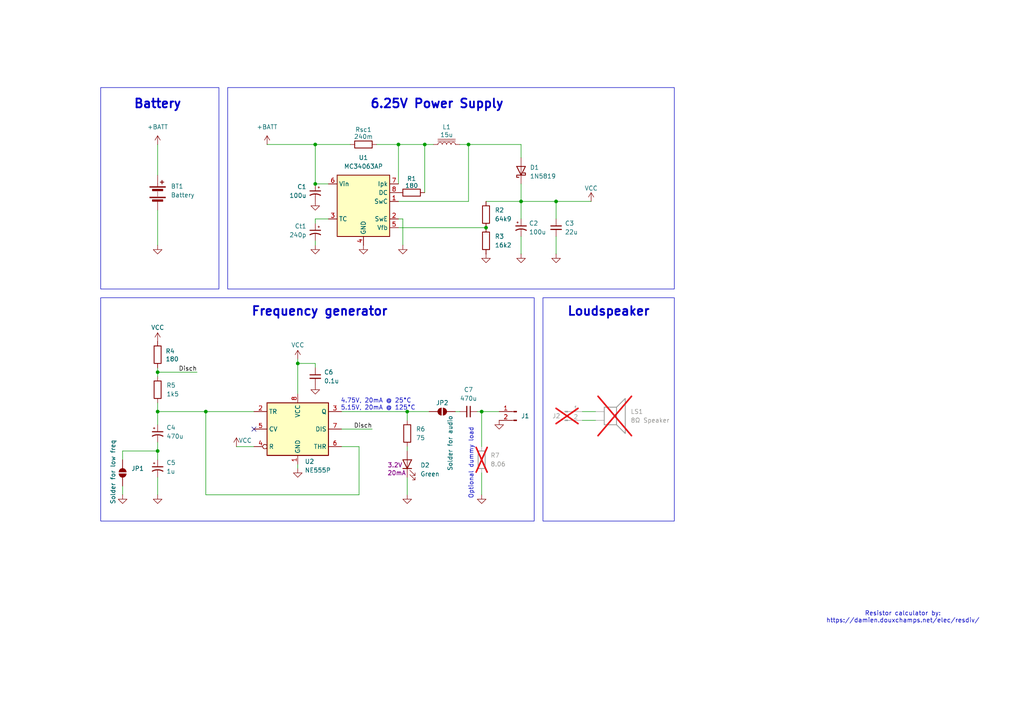
<source format=kicad_sch>
(kicad_sch (version 20250114) (generator "eeschema") (generator_version "9.0")
  (paper "A4")
  (lib_symbols
    (symbol "C_Polarized_Small_US_1" (pin_numbers (hide yes)) (pin_names (offset 0.254) (hide yes))
      (property "Reference" "C" (at 0.254 1.778 0))
      (property "Value" "C_Polarized_Small_US" (at 0.254 -2.032 0))
      (symbol "C_Polarized_Small_US_1_0_1"
        (polyline (pts (xy -1.524 0.508) (xy 1.524 0.508)) (stroke (width 0.3048)))
        (polyline (pts (xy -1.27 1.524) (xy -0.762 1.524)))
        (polyline (pts (xy -1.016 1.27) (xy -1.016 1.778)))
        (arc (start -1.524 -0.762) (mid 0 -0.3734) (end 1.524 -0.762) (stroke (width 0.3048)))
      )
      (symbol "C_Polarized_Small_US_1_1_1"
        (pin passive line (at 0 2.54 270) (length 2.032) (name "~") (number "1"))
        (pin passive line (at 0 -2.54 90) (length 2.032) (name "~") (number "2"))
      )
    )
    (symbol "Connector:Conn_01x02_Pin" (pin_names (offset 1.016) (hide yes))
      (property "Reference" "J" (at 0 2.54 0))
      (property "Value" "Conn_01x02_Pin" (at 0 -5.08 0))
      (symbol "Conn_01x02_Pin_1_1"
        (rectangle (start 0.8636 0.127) (end 0 -0.127) (stroke (width 0.1524)) (fill (type outline)))
        (rectangle (start 0.8636 -2.413) (end 0 -2.667) (stroke (width 0.1524)) (fill (type outline)))
        (polyline (pts (xy 1.27 0) (xy 0.8636 0)) (stroke (width 0.1524)))
        (polyline (pts (xy 1.27 -2.54) (xy 0.8636 -2.54)) (stroke (width 0.1524)))
        (pin passive line (at 5.08 0 180) (length 3.81) (name "Pin_1") (number "1"))
        (pin passive line (at 5.08 -2.54 180) (length 3.81) (name "Pin_2") (number "2"))
      )
    )
    (symbol "Device:Battery" (pin_numbers (hide yes)) (pin_names (offset 0) (hide yes))
      (property "Reference" "BT" (at 2.54 2.54 0))
      (property "Value" "Battery" (at 2.54 0 0))
      (symbol "Battery_0_1"
        (rectangle (start -2.286 1.778) (end 2.286 1.524) (fill (type outline)))
        (rectangle (start -2.286 -1.27) (end 2.286 -1.524) (fill (type outline)))
        (rectangle (start -1.524 1.016) (end 1.524 0.508) (fill (type outline)))
        (rectangle (start -1.524 -2.032) (end 1.524 -2.54) (fill (type outline)))
        (polyline (pts (xy 0 1.778) (xy 0 2.54)))
        (polyline (pts (xy 0 0) (xy 0 0.254)))
        (polyline (pts (xy 0 -0.508) (xy 0 -0.254)))
        (polyline (pts (xy 0 -1.016) (xy 0 -0.762)))
        (polyline (pts (xy 0.762 3.048) (xy 1.778 3.048)) (stroke (width 0.254)))
        (polyline (pts (xy 1.27 3.556) (xy 1.27 2.54)) (stroke (width 0.254)))
      )
      (symbol "Battery_1_1"
        (pin passive line (at 0 5.08 270) (length 2.54) (name "+") (number "1"))
        (pin passive line (at 0 -5.08 90) (length 2.54) (name "-") (number "2"))
      )
    )
    (symbol "Device:C_Polarized_Small_US" (pin_numbers (hide yes)) (pin_names (offset 0.254) (hide yes))
      (property "Reference" "C" (at 0.254 1.778 0))
      (property "Value" "C_Polarized_Small_US" (at 0.254 -2.032 0))
      (symbol "C_Polarized_Small_US_0_1"
        (polyline (pts (xy -1.524 0.508) (xy 1.524 0.508)) (stroke (width 0.3048)))
        (polyline (pts (xy -1.27 1.524) (xy -0.762 1.524)))
        (polyline (pts (xy -1.016 1.27) (xy -1.016 1.778)))
        (arc (start -1.524 -0.762) (mid 0 -0.3734) (end 1.524 -0.762) (stroke (width 0.3048)))
      )
      (symbol "C_Polarized_Small_US_1_1"
        (pin passive line (at 0 2.54 270) (length 2.032) (name "~") (number "1"))
        (pin passive line (at 0 -2.54 90) (length 2.032) (name "~") (number "2"))
      )
    )
    (symbol "Device:C_Small" (pin_numbers (hide yes)) (pin_names (offset 0.254) (hide yes))
      (property "Reference" "C" (at 0.254 1.778 0))
      (property "Value" "C_Small" (at 0.254 -2.032 0))
      (symbol "C_Small_0_1"
        (polyline (pts (xy -1.524 0.508) (xy 1.524 0.508)) (stroke (width 0.3048)))
        (polyline (pts (xy -1.524 -0.508) (xy 1.524 -0.508)) (stroke (width 0.3302)))
      )
      (symbol "C_Small_1_1"
        (pin passive line (at 0 2.54 270) (length 2.032) (name "~") (number "1"))
        (pin passive line (at 0 -2.54 90) (length 2.032) (name "~") (number "2"))
      )
    )
    (symbol "Device:LED" (pin_numbers (hide yes)) (pin_names (offset 1.016) (hide yes))
      (property "Reference" "D" (at 0 2.54 0))
      (property "Value" "LED" (at 0 -2.54 0))
      (symbol "LED_0_1"
        (polyline (pts (xy -3.048 -0.762) (xy -4.572 -2.286) (xy -3.81 -2.286) (xy -4.572 -2.286) (xy -4.572 -1.524)))
        (polyline (pts (xy -1.778 -0.762) (xy -3.302 -2.286) (xy -2.54 -2.286) (xy -3.302 -2.286) (xy -3.302 -1.524)))
        (polyline (pts (xy -1.27 0) (xy 1.27 0)))
        (polyline (pts (xy -1.27 -1.27) (xy -1.27 1.27)) (stroke (width 0.254)))
        (polyline (pts (xy 1.27 -1.27) (xy 1.27 1.27) (xy -1.27 0) (xy 1.27 -1.27)) (stroke (width 0.254)))
      )
      (symbol "LED_1_1"
        (pin passive line (at -3.81 0 0) (length 2.54) (name "K") (number "1"))
        (pin passive line (at 3.81 0 180) (length 2.54) (name "A") (number "2"))
      )
    )
    (symbol "Device:L_Iron" (pin_numbers (hide yes)) (pin_names (offset 1.016) (hide yes))
      (property "Reference" "L" (at -1.27 0 90))
      (property "Value" "L_Iron" (at 2.794 0 90))
      (symbol "L_Iron_0_1"
        (arc (start 0 2.54) (mid 0.6323 1.905) (end 0 1.27))
        (arc (start 0 1.27) (mid 0.6323 0.635) (end 0 0))
        (arc (start 0 0) (mid 0.6323 -0.635) (end 0 -1.27))
        (arc (start 0 -1.27) (mid 0.6323 -1.905) (end 0 -2.54))
        (polyline (pts (xy 1.016 2.54) (xy 1.016 -2.54)))
        (polyline (pts (xy 1.524 -2.54) (xy 1.524 2.54)))
      )
      (symbol "L_Iron_1_1"
        (pin passive line (at 0 3.81 270) (length 1.27) (name "1") (number "1"))
        (pin passive line (at 0 -3.81 90) (length 1.27) (name "2") (number "2"))
      )
    )
    (symbol "Device:R" (pin_numbers (hide yes)) (pin_names (offset 0))
      (property "Reference" "R" (at 2.032 0 90))
      (property "Value" "R" (at 0 0 90))
      (symbol "R_0_1"
        (rectangle (start -1.016 -2.54) (end 1.016 2.54) (stroke (width 0.254)))
      )
      (symbol "R_1_1"
        (pin passive line (at 0 3.81 270) (length 1.27) (name "~") (number "1"))
        (pin passive line (at 0 -3.81 90) (length 1.27) (name "~") (number "2"))
      )
    )
    (symbol "Device:Speaker" (pin_numbers (hide yes)) (pin_names (offset 0) (hide yes))
      (property "Reference" "LS" (at 1.27 5.715 0))
      (property "Value" "Speaker" (at 1.27 3.81 0))
      (symbol "Speaker_0_0"
        (rectangle (start -2.54 1.27) (end 1.016 -3.81) (stroke (width 0.254)))
        (polyline (pts (xy 1.016 1.27) (xy 3.556 3.81) (xy 3.556 -6.35) (xy 1.016 -3.81)) (stroke (width 0.254)))
      )
      (symbol "Speaker_1_1"
        (pin input line (at -5.08 0 0) (length 2.54) (name "1") (number "1"))
        (pin input line (at -5.08 -2.54 0) (length 2.54) (name "2") (number "2"))
      )
    )
    (symbol "Diode:1N5819" (pin_numbers (hide yes)) (pin_names (offset 1.016) (hide yes))
      (property "Reference" "D" (at 0 2.54 0))
      (property "Value" "1N5819" (at 0 -2.54 0))
      (symbol "1N5819_0_1"
        (polyline (pts (xy -1.905 0.635) (xy -1.905 1.27) (xy -1.27 1.27) (xy -1.27 -1.27) (xy -0.635 -1.27) (xy -0.635 -0.635)) (stroke (width 0.254)))
        (polyline (pts (xy 1.27 1.27) (xy 1.27 -1.27) (xy -1.27 0) (xy 1.27 1.27)) (stroke (width 0.254)))
        (polyline (pts (xy 1.27 0) (xy -1.27 0)))
      )
      (symbol "1N5819_1_1"
        (pin passive line (at -3.81 0 0) (length 2.54) (name "K") (number "1"))
        (pin passive line (at 3.81 0 180) (length 2.54) (name "A") (number "2"))
      )
    )
    (symbol "Jumper:SolderJumper_2_Open" (pin_numbers (hide yes)) (pin_names (offset 0) (hide yes)) (exclude_from_sim yes) (in_bom no)
      (property "Reference" "JP" (at 0 2.032 0))
      (property "Value" "SolderJumper_2_Open" (at 0 -2.54 0))
      (symbol "SolderJumper_2_Open_0_1"
        (polyline (pts (xy -0.254 1.016) (xy -0.254 -1.016)))
        (arc (start -0.254 -1.016) (mid -1.2656 0) (end -0.254 1.016))
        (arc (start -0.254 -1.016) (mid -1.2656 0) (end -0.254 1.016) (fill (type outline)))
        (arc (start 0.254 1.016) (mid 1.2656 0) (end 0.254 -1.016))
        (arc (start 0.254 1.016) (mid 1.2656 0) (end 0.254 -1.016) (fill (type outline)))
        (polyline (pts (xy 0.254 1.016) (xy 0.254 -1.016)))
      )
      (symbol "SolderJumper_2_Open_1_1"
        (pin passive line (at -3.81 0 0) (length 2.54) (name "A") (number "1"))
        (pin passive line (at 3.81 0 180) (length 2.54) (name "B") (number "2"))
      )
    )
    (symbol "Regulator_Switching:MC34063AP"
      (property "Reference" "U" (at -7.62 8.89 0))
      (property "Value" "MC34063AP" (at 0 8.89 0))
      (symbol "MC34063AP_0_1"
        (rectangle (start -7.62 7.62) (end 7.62 -10.16) (stroke (width 0.254)) (fill (type background)))
      )
      (symbol "MC34063AP_1_1"
        (pin power_in line (at -10.16 5.08 0) (length 2.54) (name "Vin") (number "6"))
        (pin passive line (at -10.16 -5.08 0) (length 2.54) (name "TC") (number "3"))
        (pin power_in line (at 0 -12.7 90) (length 2.54) (name "GND") (number "4"))
        (pin input line (at 10.16 5.08 180) (length 2.54) (name "Ipk") (number "7"))
        (pin open_collector line (at 10.16 2.54 180) (length 2.54) (name "DC") (number "8"))
        (pin open_collector line (at 10.16 0 180) (length 2.54) (name "SwC") (number "1"))
        (pin open_emitter line (at 10.16 -5.08 180) (length 2.54) (name "SwE") (number "2"))
        (pin input line (at 10.16 -7.62 180) (length 2.54) (name "Vfb") (number "5"))
      )
    )
    (symbol "Timer:NE555P"
      (property "Reference" "U" (at -10.16 8.89 0))
      (property "Value" "NE555P" (at 2.54 8.89 0))
      (symbol "NE555P_0_0"
        (pin power_in line (at 0 10.16 270) (length 2.54) (name "VCC") (number "8"))
        (pin power_in line (at 0 -10.16 90) (length 2.54) (name "GND") (number "1"))
      )
      (symbol "NE555P_0_1"
        (rectangle (start -8.89 -7.62) (end 8.89 7.62) (stroke (width 0.254)) (fill (type background)))
        (rectangle (start -8.89 -7.62) (end 8.89 7.62) (stroke (width 0.254)) (fill (type background)))
      )
      (symbol "NE555P_1_1"
        (pin input line (at -12.7 5.08 0) (length 3.81) (name "TR") (number "2"))
        (pin input line (at -12.7 0 0) (length 3.81) (name "CV") (number "5"))
        (pin input inverted (at -12.7 -5.08 0) (length 3.81) (name "R") (number "4"))
        (pin output line (at 12.7 5.08 180) (length 3.81) (name "Q") (number "3"))
        (pin input line (at 12.7 0 180) (length 3.81) (name "DIS") (number "7"))
        (pin input line (at 12.7 -5.08 180) (length 3.81) (name "THR") (number "6"))
      )
    )
    (symbol "power:+BATT" (power) (pin_numbers (hide yes)) (pin_names (offset 0) (hide yes))
      (property "Value" "+BATT" (at 0 3.556 0))
      (symbol "+BATT_0_1"
        (polyline (pts (xy -0.762 1.27) (xy 0 2.54)))
        (polyline (pts (xy 0 2.54) (xy 0.762 1.27)))
        (polyline (pts (xy 0 0) (xy 0 2.54)))
      )
      (symbol "+BATT_1_1"
        (pin power_in line (at 0 0 90) (length 0) (name "~") (number "1"))
      )
    )
    (symbol "power:GND" (power) (pin_numbers (hide yes)) (pin_names (offset 0) (hide yes))
      (property "Value" "GND" (at 0 -3.81 0))
      (symbol "GND_0_1"
        (polyline (pts (xy 0 0) (xy 0 -1.27) (xy 1.27 -1.27) (xy 0 -2.54) (xy -1.27 -1.27) (xy 0 -1.27)))
      )
      (symbol "GND_1_1"
        (pin power_in line (at 0 0 270) (length 0) (name "~") (number "1"))
      )
    )
    (symbol "power:VCC" (power) (pin_numbers (hide yes)) (pin_names (offset 0) (hide yes))
      (property "Value" "VCC" (at 0 3.556 0))
      (symbol "VCC_0_1"
        (polyline (pts (xy -0.762 1.27) (xy 0 2.54)))
        (polyline (pts (xy 0 2.54) (xy 0.762 1.27)))
        (polyline (pts (xy 0 0) (xy 0 2.54)))
      )
      (symbol "VCC_1_1"
        (pin power_in line (at 0 0 90) (length 0) (name "~") (number "1"))
      )
    )
  )
  (rectangle (start 66.04 25.4) (end 195.58 83.82))
  (rectangle (start 157.48 86.36) (end 195.58 151.13))
  (rectangle (start 29.21 86.36) (end 154.94 151.13))
  (rectangle (start 29.21 25.4) (end 63.5 83.82))
  (text "4.75V, 20mA @ 25°C\n5.15V, 20mA @ 125°C" (at 98.806 117.348 0) (effects (font (size 1.27 1.27)) (justify left)))
  (text "Resistor calculator by:\nhttps://damien.douxchamps.net/elec/resdiv/" (at 261.874 179.07 0) (effects (font (size 1.27 1.27))))
  (text "6.25V Power Supply" (at 126.746 30.226 0) (effects (font (size 2.54 2.54) (thickness 0.508) (bold yes))))
  (text "Optional dummy load" (at 136.652 134.366 90) (effects (font (size 1.27 1.27))))
  (text "Loudspeaker" (at 176.53 90.424 0) (effects (font (size 2.54 2.54) (thickness 0.508) (bold yes))))
  (text "Battery" (at 45.72 30.226 0) (effects (font (size 2.54 2.54) (thickness 0.508) (bold yes))))
  (text "Frequency generator" (at 92.71 90.424 0) (effects (font (size 2.54 2.54) (thickness 0.508) (bold yes))))
  (junction (at 118.11 119.38))
  (junction (at 123.19 41.91))
  (junction (at 45.72 119.38))
  (junction (at 135.89 41.91))
  (junction (at 161.29 58.42))
  (junction (at 91.44 41.91))
  (junction (at 45.72 130.81))
  (junction (at 59.69 119.38))
  (junction (at 45.72 107.95))
  (junction (at 139.7 119.38))
  (junction (at 91.44 53.34))
  (junction (at 151.13 58.42))
  (junction (at 86.36 105.41))
  (junction (at 140.97 66.04))
  (junction (at 115.57 41.91))
  (no_connect (at 73.66 124.46))
  (wire (pts (xy 59.69 119.38) (xy 73.66 119.38)))
  (wire (pts (xy 45.72 107.95) (xy 57.15 107.95)))
  (wire (pts (xy 123.19 55.88) (xy 123.19 41.91)))
  (wire (pts (xy 99.06 119.38) (xy 118.11 119.38)))
  (wire (pts (xy 151.13 68.58) (xy 151.13 73.66)))
  (wire (pts (xy 45.72 60.96) (xy 45.72 71.12)))
  (wire (pts (xy 138.43 119.38) (xy 139.7 119.38)))
  (wire (pts (xy 115.57 41.91) (xy 123.19 41.91)))
  (wire (pts (xy 45.72 41.91) (xy 45.72 50.8)))
  (wire (pts (xy 59.69 119.38) (xy 59.69 143.51)))
  (wire (pts (xy 59.69 143.51) (xy 104.14 143.51)))
  (wire (pts (xy 118.11 119.38) (xy 124.46 119.38)))
  (wire (pts (xy 161.29 58.42) (xy 161.29 63.5)))
  (wire (pts (xy 132.08 119.38) (xy 133.35 119.38)))
  (wire (pts (xy 99.06 124.46) (xy 107.95 124.46)))
  (wire (pts (xy 91.44 41.91) (xy 91.44 53.34)))
  (wire (pts (xy 151.13 41.91) (xy 151.13 45.72)))
  (wire (pts (xy 151.13 58.42) (xy 161.29 58.42)))
  (wire (pts (xy 172.72 119.38) (xy 168.91 119.38)))
  (wire (pts (xy 118.11 129.54) (xy 118.11 130.81)))
  (wire (pts (xy 91.44 63.5) (xy 95.25 63.5)))
  (wire (pts (xy 115.57 58.42) (xy 135.89 58.42)))
  (wire (pts (xy 45.72 119.38) (xy 45.72 123.19)))
  (wire (pts (xy 35.56 133.35) (xy 35.56 130.81)))
  (wire (pts (xy 35.56 130.81) (xy 45.72 130.81)))
  (wire (pts (xy 135.89 41.91) (xy 151.13 41.91)))
  (wire (pts (xy 86.36 105.41) (xy 91.44 105.41)))
  (wire (pts (xy 118.11 119.38) (xy 118.11 121.92)))
  (wire (pts (xy 151.13 58.42) (xy 151.13 63.5)))
  (wire (pts (xy 135.89 41.91) (xy 133.35 41.91)))
  (wire (pts (xy 68.58 129.54) (xy 73.66 129.54)))
  (wire (pts (xy 161.29 68.58) (xy 161.29 73.66)))
  (wire (pts (xy 91.44 71.12) (xy 91.44 69.85)))
  (wire (pts (xy 91.44 53.34) (xy 95.25 53.34)))
  (wire (pts (xy 45.72 107.95) (xy 45.72 109.22)))
  (wire (pts (xy 45.72 106.68) (xy 45.72 107.95)))
  (wire (pts (xy 99.06 129.54) (xy 104.14 129.54)))
  (wire (pts (xy 139.7 119.38) (xy 139.7 129.54)))
  (wire (pts (xy 116.84 63.5) (xy 116.84 71.12)))
  (wire (pts (xy 115.57 66.04) (xy 140.97 66.04)))
  (wire (pts (xy 123.19 41.91) (xy 125.73 41.91)))
  (wire (pts (xy 86.36 134.62) (xy 86.36 135.89)))
  (wire (pts (xy 45.72 130.81) (xy 45.72 133.35)))
  (wire (pts (xy 135.89 58.42) (xy 135.89 41.91)))
  (wire (pts (xy 172.72 121.92) (xy 168.91 121.92)))
  (wire (pts (xy 45.72 128.27) (xy 45.72 130.81)))
  (wire (pts (xy 91.44 64.77) (xy 91.44 63.5)))
  (wire (pts (xy 139.7 119.38) (xy 144.78 119.38)))
  (wire (pts (xy 91.44 41.91) (xy 101.6 41.91)))
  (wire (pts (xy 35.56 140.97) (xy 35.56 143.51)))
  (wire (pts (xy 118.11 138.43) (xy 118.11 143.51)))
  (wire (pts (xy 115.57 53.34) (xy 115.57 41.91)))
  (wire (pts (xy 45.72 138.43) (xy 45.72 143.51)))
  (wire (pts (xy 91.44 106.68) (xy 91.44 105.41)))
  (wire (pts (xy 115.57 41.91) (xy 109.22 41.91)))
  (wire (pts (xy 86.36 105.41) (xy 86.36 114.3)))
  (wire (pts (xy 77.47 41.91) (xy 91.44 41.91)))
  (wire (pts (xy 115.57 63.5) (xy 116.84 63.5)))
  (wire (pts (xy 104.14 143.51) (xy 104.14 129.54)))
  (wire (pts (xy 151.13 53.34) (xy 151.13 58.42)))
  (wire (pts (xy 86.36 104.14) (xy 86.36 105.41)))
  (wire (pts (xy 45.72 116.84) (xy 45.72 119.38)))
  (wire (pts (xy 161.29 58.42) (xy 171.45 58.42)))
  (wire (pts (xy 45.72 119.38) (xy 59.69 119.38)))
  (wire (pts (xy 140.97 58.42) (xy 151.13 58.42)))
  (wire (pts (xy 139.7 143.51) (xy 139.7 137.16)))
  (label "Disch" (at 57.15 107.95 180))
  (label "Disch" (at 107.95 124.46 180))
  (symbol (lib_id "power:VCC") (at 68.58 129.54 0) (unit 1)
    (property "Reference" "#PWR010" (effects (hide yes)))
    (property "Value" "VCC" (at 71.12 127.762 0))
    (property "Description" "Power symbol creates a global label with name \"VCC\"" (effects (hide yes)))
  )
  (symbol (lib_id "Device:R") (at 118.11 125.73 0) (unit 1)
    (property "Reference" "R6" (at 120.65 124.4599 0) (effects (justify left)))
    (property "Value" "75" (at 120.65 126.9999 0) (effects (justify left)))
    (property "Footprint" "Resistor_THT:R_Axial_DIN0207_L6.3mm_D2.5mm_P10.16mm_Horizontal" (effects (hide yes)))
    (property "Description" "Resistor" (effects (hide yes)))
    (property "Manufacturer" "Stackpole Electronics Inc" (effects (hide yes)))
    (property "Part#" "CF14JT75R0" (effects (hide yes)))
    (property "DigiKey#" "CF14JT75R0CT-ND" (effects (hide yes)))
  )
  (symbol (lib_id "power:VCC") (at 45.72 99.06 0) (unit 1)
    (property "Reference" "#PWR08" (effects (hide yes)))
    (property "Value" "VCC" (at 45.72 94.996 0))
    (property "Description" "Power symbol creates a global label with name \"VCC\"" (effects (hide yes)))
  )
  (symbol (lib_id "power:GND") (at 151.13 73.66 0) (unit 1)
    (property "Reference" "#PWR021" (effects (hide yes)))
    (property "Value" "GND" (effects (hide yes)))
    (property "Description" "Power symbol creates a global label with name \"GND\" , ground" (effects (hide yes)))
  )
  (symbol (lib_id "power:+BATT") (at 77.47 41.91 0) (unit 1)
    (property "Reference" "#PWR011" (effects (hide yes)))
    (property "Value" "+BATT" (at 77.47 36.83 0))
    (property "Description" "Power symbol creates a global label with name \"+BATT\"" (effects (hide yes)))
  )
  (symbol (lib_id "Jumper:SolderJumper_2_Open") (at 35.56 137.16 90) (unit 1) (in_bom no)
    (property "Reference" "JP1" (at 38.1 135.8899 90) (effects (justify right)))
    (property "Value" "Solder for low freq" (at 32.766 127.508 0) (effects (justify right)))
    (property "Footprint" "Jumper:SolderJumper-2_P1.3mm_Open_RoundedPad1.0x1.5mm" (effects (hide yes)))
    (property "Description" "Solder Jumper, 2-pole, open" (effects (hide yes)))
  )
  (symbol (lib_id "power:GND") (at 139.7 143.51 0) (unit 1)
    (property "Reference" "#PWR07" (effects (hide yes)))
    (property "Value" "GND" (effects (hide yes)))
    (property "Description" "Power symbol creates a global label with name \"GND\" , ground" (effects (hide yes)))
  )
  (symbol (lib_id "power:GND") (at 116.84 71.12 0) (unit 1)
    (property "Reference" "#PWR01" (effects (hide yes)))
    (property "Value" "GND" (effects (hide yes)))
    (property "Description" "Power symbol creates a global label with name \"GND\" , ground" (effects (hide yes)))
  )
  (symbol (lib_id "power:GND") (at 91.44 58.42 0) (unit 1)
    (property "Reference" "#PWR014" (effects (hide yes)))
    (property "Value" "GND" (effects (hide yes)))
    (property "Description" "Power symbol creates a global label with name \"GND\" , ground" (effects (hide yes)))
  )
  (symbol (lib_id "power:GND") (at 118.11 143.51 0) (unit 1)
    (property "Reference" "#PWR018" (effects (hide yes)))
    (property "Value" "GND" (effects (hide yes)))
    (property "Description" "Power symbol creates a global label with name \"GND\" , ground" (effects (hide yes)))
  )
  (symbol (lib_id "power:GND") (at 91.44 111.76 0) (unit 1)
    (property "Reference" "#PWR016" (effects (hide yes)))
    (property "Value" "GND" (effects (hide yes)))
    (property "Description" "Power symbol creates a global label with name \"GND\" , ground" (effects (hide yes)))
  )
  (symbol (lib_id "Device:C_Polarized_Small_US") (at 45.72 135.89 0) (unit 1)
    (property "Reference" "C5" (at 48.26 134.1881 0) (effects (justify left)))
    (property "Value" "1u" (at 48.26 136.7281 0) (effects (justify left)))
    (property "Footprint" "Capacitor_THT:C_Disc_D5.1mm_W3.2mm_P5.00mm" (effects (hide yes)))
    (property "Description" "Polarized capacitor, small US symbol" (effects (hide yes)))
    (property "Manufacturer" "TDK Corporation" (effects (hide yes)))
    (property "Part#" "FG24X7R1H105KRT06" (effects (hide yes)))
    (property "DigiKey#" "445-173374-1-ND" (effects (hide yes)))
  )
  (symbol (lib_id "Device:C_Polarized_Small_US") (at 151.13 66.04 0) (unit 1)
    (property "Reference" "C2" (at 153.416 64.77 0) (effects (justify left)))
    (property "Value" "100u" (at 153.416 67.31 0) (effects (justify left)))
    (property "Footprint" "Capacitor_THT:CP_Radial_D6.3mm_P2.50mm" (effects (hide yes)))
    (property "Description" "Polarized capacitor, small US symbol" (effects (hide yes)))
    (property "Manufacturer" "Chinsan (Elite)" (effects (hide yes)))
    (property "Part#" "ED1E101MP26311U" (effects (hide yes)))
    (property "DigiKey#" "4191-ED1E101MP26311UCT-ND" (effects (hide yes)))
  )
  (symbol (lib_id "power:GND") (at 91.44 71.12 0) (unit 1)
    (property "Reference" "#PWR015" (effects (hide yes)))
    (property "Value" "GND" (effects (hide yes)))
    (property "Description" "Power symbol creates a global label with name \"GND\" , ground" (effects (hide yes)))
  )
  (symbol (lib_id "Device:R") (at 45.72 102.87 180) (unit 1)
    (property "Reference" "R4" (at 48.006 101.854 0) (effects (justify right)))
    (property "Value" "180" (at 48.006 104.14 0) (effects (justify right)))
    (property "Footprint" "Resistor_THT:R_Axial_DIN0207_L6.3mm_D2.5mm_P10.16mm_Horizontal" (effects (hide yes)))
    (property "Description" "Resistor" (effects (hide yes)))
    (property "Manufacturer" "Stackpole Electronics Inc" (effects (hide yes)))
    (property "Part#" "CF14JT180R" (effects (hide yes)))
    (property "DigiKey#" "CF14JT180RCT-ND" (effects (hide yes)))
  )
  (symbol (lib_id "Device:Battery") (at 45.72 55.88 0) (unit 1)
    (property "Reference" "BT1" (at 49.53 54.0384 0) (effects (justify left)))
    (property "Value" "Battery" (at 49.53 56.5784 0) (effects (justify left)))
    (property "Footprint" "Battery:BatteryHolder_TruPower_BH-331P_3xAA" (effects (hide yes)))
    (property "Datasheet" "https://www.memoryprotectiondevices.com/datasheets/BC3AAPC/BC3AAPC-datasheet.pdf" (effects (hide yes)))
    (property "Description" "Multiple-cell battery" (effects (hide yes)))
    (property "Manufacturer" "Keystone Electronics" (effects (hide yes)))
    (property "Part#" "2464" (effects (hide yes)))
    (property "DigiKey#" "36-2464-ND" (effects (hide yes)))
  )
  (symbol (lib_id "power:+BATT") (at 45.72 41.91 0) (unit 1)
    (property "Reference" "#PWR05" (effects (hide yes)))
    (property "Value" "+BATT" (at 45.72 36.83 0))
    (property "Description" "Power symbol creates a global label with name \"+BATT\"" (effects (hide yes)))
  )
  (symbol (lib_id "Device:Speaker") (at 177.8 119.38 0) (unit 1) (in_bom no) (on_board no) (dnp yes)
    (property "Reference" "LS1" (at 182.88 119.3799 0) (effects (justify left)))
    (property "Value" "8Ω Speaker" (at 182.88 121.9199 0) (effects (justify left)))
    (property "Description" "Speaker" (effects (hide yes)))
  )
  (symbol (lib_id "Regulator_Switching:MC34063AP") (at 105.41 58.42 0) (unit 1)
    (property "Reference" "U1" (at 105.41 45.72 0))
    (property "Value" "MC34063AP" (at 105.41 48.26 0))
    (property "Footprint" "Package_DIP:DIP-8_W7.62mm" (effects (hide yes)))
    (property "Datasheet" "https://www.onsemi.com/pdf/datasheet/mc34063a-d.pdf" (effects (hide yes)))
    (property "Description" "1.5A, step-up/down/inverting switching regulator, 3-40V Vin, 100kHz, DIP-8" (effects (hide yes)))
    (property "Manufacturer" "onsemi" (effects (hide yes)))
    (property "Part#" "MC34063AP1G" (effects (hide yes)))
    (property "DigiKey#" "MC34063AP1GOS-ND" (effects (hide yes)))
  )
  (symbol (lib_id "Device:R") (at 140.97 69.85 180) (unit 1)
    (property "Reference" "R3" (at 143.51 68.5799 0) (effects (justify right)))
    (property "Value" "16k2" (at 143.51 71.1199 0) (effects (justify right)))
    (property "Footprint" "Resistor_THT:R_Axial_DIN0207_L6.3mm_D2.5mm_P10.16mm_Horizontal" (effects (hide yes)))
    (property "Description" "Resistor" (effects (hide yes)))
    (property "Manufacturer" "YAGEO" (effects (hide yes)))
    (property "Part#" "MFR-25FTE52-16K2" (effects (hide yes)))
    (property "DigiKey#" "13-MFR-25FTE52-16K2CT-ND" (effects (hide yes)))
  )
  (symbol (lib_id "Device:C_Polarized_Small_US") (at 91.44 55.88 0) (mirror y) (unit 1)
    (property "Reference" "C1" (at 88.9 54.1781 0) (effects (justify left)))
    (property "Value" "100u" (at 88.9 56.7181 0) (effects (justify left)))
    (property "Footprint" "Capacitor_THT:CP_Radial_D6.3mm_P2.50mm" (effects (hide yes)))
    (property "Description" "Polarized capacitor, small US symbol" (effects (hide yes)))
    (property "Manufacturer" "Chinsan (Elite)" (effects (hide yes)))
    (property "Part#" "ED1E101MP26311U" (effects (hide yes)))
    (property "DigiKey#" "4191-ED1E101MP26311UCT-ND" (effects (hide yes)))
  )
  (symbol (lib_id "Device:R") (at 119.38 55.88 90) (unit 1)
    (property "Reference" "R1" (at 119.38 51.816 90))
    (property "Value" "180" (at 119.38 53.848 90))
    (property "Footprint" "Resistor_THT:R_Axial_DIN0207_L6.3mm_D2.5mm_P10.16mm_Horizontal" (effects (hide yes)))
    (property "Description" "Resistor" (effects (hide yes)))
    (property "Manufacturer" "Stackpole Electronics Inc" (effects (hide yes)))
    (property "Part#" "CF14JT180R" (effects (hide yes)))
    (property "DigiKey#" "CF14JT180RCT-ND" (effects (hide yes)))
  )
  (symbol (lib_id "power:GND") (at 45.72 71.12 0) (unit 1)
    (property "Reference" "#PWR04" (effects (hide yes)))
    (property "Value" "GND" (effects (hide yes)))
    (property "Description" "Power symbol creates a global label with name \"GND\" , ground" (effects (hide yes)))
  )
  (symbol (lib_id "Device:R") (at 140.97 62.23 180) (unit 1)
    (property "Reference" "R2" (at 143.51 60.9599 0) (effects (justify right)))
    (property "Value" "64k9" (at 143.51 63.4999 0) (effects (justify right)))
    (property "Footprint" "Resistor_THT:R_Axial_DIN0207_L6.3mm_D2.5mm_P10.16mm_Horizontal" (effects (hide yes)))
    (property "Description" "Resistor" (effects (hide yes)))
    (property "Manufacturer" "YAGEO" (effects (hide yes)))
    (property "Part#" "MFR-25FRF52-64K9" (effects (hide yes)))
    (property "DigiKey#" "13-MFR-25FRF52-64K9CT-ND" (effects (hide yes)))
  )
  (symbol (lib_id "Timer:NE555P") (at 86.36 124.46 0) (unit 1)
    (property "Reference" "U2" (at 88.392 133.858 0) (effects (justify left)))
    (property "Value" "NE555P" (at 88.392 136.398 0) (effects (justify left)))
    (property "Footprint" "Package_DIP:DIP-8_W7.62mm" (effects (hide yes)))
    (property "Datasheet" "https://www.ti.com/lit/ds/symlink/se555.pdf" (effects (hide yes)))
    (property "Description" "Precision Timers, 555 compatible,  PDIP-8" (effects (hide yes)))
    (property "Part#" "NE555P" (effects (hide yes)))
    (property "Manufacturer" "Texas Instruments" (effects (hide yes)))
    (property "DigiKey#" "296-NE555P-ND" (effects (hide yes)))
  )
  (symbol (lib_name "C_Polarized_Small_US_1") (lib_id "Device:C_Polarized_Small_US") (at 45.72 125.73 0) (unit 1)
    (property "Reference" "C4" (at 48.26 124.0281 0) (effects (justify left)))
    (property "Value" "470u" (at 48.26 126.5681 0) (effects (justify left)))
    (property "Footprint" "Capacitor_THT:CP_Radial_D8.0mm_P3.50mm" (effects (hide yes)))
    (property "Description" "Polarized capacitor, small US symbol" (effects (hide yes)))
    (property "Manufacturer" "Chinsan (Elite)" (effects (hide yes)))
    (property "Part#" "EK1C471MP30812" (effects (hide yes)))
    (property "DigiKey#" "4191-EK1C471MP30812CT-ND" (effects (hide yes)))
  )
  (symbol (lib_id "Device:C_Small") (at 91.44 109.22 0) (unit 1)
    (property "Reference" "C6" (at 93.98 107.9562 0) (effects (justify left)))
    (property "Value" "0.1u" (at 93.98 110.4962 0) (effects (justify left)))
    (property "Footprint" "Capacitor_THT:C_Disc_D5.0mm_W2.5mm_P2.50mm" (effects (hide yes)))
    (property "Description" "Unpolarized capacitor, small symbol" (effects (hide yes)))
    (property "Manufacturer" "KEMET" (effects (hide yes)))
    (property "Part#" "C320C104M5R5TA" (effects (hide yes)))
    (property "DigiKey#" "399-9776-ND" (effects (hide yes)))
  )
  (symbol (lib_id "Device:LED") (at 118.11 134.62 90) (unit 1)
    (property "Reference" "D2" (at 121.92 134.9374 90) (effects (justify right)))
    (property "Value" "Green" (at 121.92 137.4774 90) (effects (justify right)))
    (property "Footprint" "LED_THT:LED_D5.0mm" (effects (hide yes)))
    (property "Datasheet" "https://www.inolux-corp.com/datasheet/Display/Through-Hole-Display/Round-Lamp/INL-5AX30%20series.pdf" (effects (hide yes)))
    (property "Description" "Light emitting diode" (effects (hide yes)))
    (property "Sim.Pins" "1=K 2=A" (effects (hide yes)))
    (property "Manufacturer" "Inolux" (effects (hide yes)))
    (property "Part#" "INL-5AG30" (effects (hide yes)))
    (property "If" "20mA" (at 115.062 137.16 90))
    (property "Vf" "3.2V" (at 114.554 134.874 90))
    (property "DigiKey#" "1830-1011-ND" (effects (hide yes)))
  )
  (symbol (lib_id "Device:R") (at 45.72 113.03 0) (unit 1)
    (property "Reference" "R5" (at 48.26 111.7599 0) (effects (justify left)))
    (property "Value" "1k5" (at 48.26 114.2999 0) (effects (justify left)))
    (property "Footprint" "Resistor_THT:R_Axial_DIN0207_L6.3mm_D2.5mm_P10.16mm_Horizontal" (effects (hide yes)))
    (property "Description" "Resistor" (effects (hide yes)))
    (property "Manufacturer" "YAGEO" (effects (hide yes)))
    (property "Part#" "MFR-25FTF52-1K5" (effects (hide yes)))
    (property "DigiKey#" "13-MFR-25FTF52-1K5CT-ND" (effects (hide yes)))
  )
  (symbol (lib_id "Device:L_Iron") (at 129.54 41.91 90) (unit 1)
    (property "Reference" "L1" (at 129.54 36.83 90))
    (property "Value" "15u" (at 129.54 39.116 90))
    (property "Footprint" "Inductor_THT:L_Radial_D8.7mm_P5.00mm_Fastron_07HCP" (effects (hide yes)))
    (property "Datasheet" "https://www.bourns.com/docs/Product-Datasheets/rlb0913.pdf" (effects (hide yes)))
    (property "Description" "Inductor with iron core" (effects (hide yes)))
    (property "Manufacturer" "Bourns Inc." (effects (hide yes)))
    (property "Part#" "RLB0913-150K" (effects (hide yes)))
    (property "DigiKey#" "RLB0913-150K-ND" (effects (hide yes)))
  )
  (symbol (lib_id "Device:R") (at 139.7 133.35 0) (unit 1) (dnp yes)
    (property "Reference" "R7" (at 142.24 132.0799 0) (effects (justify left)))
    (property "Value" "8.06" (at 142.24 134.6199 0) (effects (justify left)))
    (property "Footprint" "Resistor_SMD:R_0805_2012Metric_Pad1.20x1.40mm_HandSolder" (effects (hide yes)))
    (property "Description" "Resistor" (effects (hide yes)))
    (property "Manufacturer" "KOA Speer Electronics, Inc." (effects (hide yes)))
    (property "Part#" "RK73H2ATTD8R06F" (effects (hide yes)))
    (property "DigiKey#" "2019-RK73H2ATTD8R06FCT-ND" (effects (hide yes)))
  )
  (symbol (lib_id "Jumper:SolderJumper_2_Open") (at 128.27 119.38 180) (unit 1) (in_bom no)
    (property "Reference" "JP2" (at 128.27 116.84 0))
    (property "Value" "Solder for audio" (at 130.556 128.524 90))
    (property "Footprint" "Jumper:SolderJumper-2_P1.3mm_Open_RoundedPad1.0x1.5mm" (effects (hide yes)))
    (property "Description" "Solder Jumper, 2-pole, open" (effects (hide yes)))
  )
  (symbol (lib_id "power:VCC") (at 86.36 104.14 0) (unit 1)
    (property "Reference" "#PWR012" (effects (hide yes)))
    (property "Value" "VCC" (at 86.36 100.076 0))
    (property "Description" "Power symbol creates a global label with name \"VCC\"" (effects (hide yes)))
  )
  (symbol (lib_id "Device:C_Polarized_Small_US") (at 91.44 67.31 0) (mirror y) (unit 1)
    (property "Reference" "Ct1" (at 88.9 65.6081 0) (effects (justify left)))
    (property "Value" "240p" (at 88.9 68.1481 0) (effects (justify left)))
    (property "Footprint" "Capacitor_THT:C_Rect_L7.0mm_W3.5mm_P5.00mm" (effects (hide yes)))
    (property "Description" "Polarized capacitor, small US symbol" (effects (hide yes)))
    (property "Manufacturer" "KEMET" (effects (hide yes)))
    (property "Part#" "C318C241K3G5TA" (effects (hide yes)))
    (property "DigiKey#" "C318C241K3G5TA-ND" (effects (hide yes)))
  )
  (symbol (lib_id "power:GND") (at 45.72 143.51 0) (unit 1)
    (property "Reference" "#PWR09" (effects (hide yes)))
    (property "Value" "GND" (effects (hide yes)))
    (property "Description" "Power symbol creates a global label with name \"GND\" , ground" (effects (hide yes)))
  )
  (symbol (lib_id "power:GND") (at 105.41 71.12 0) (unit 1)
    (property "Reference" "#PWR017" (effects (hide yes)))
    (property "Value" "GND" (effects (hide yes)))
    (property "Description" "Power symbol creates a global label with name \"GND\" , ground" (effects (hide yes)))
  )
  (symbol (lib_id "power:VCC") (at 171.45 58.42 0) (unit 1)
    (property "Reference" "#PWR02" (effects (hide yes)))
    (property "Value" "VCC" (at 171.45 54.61 0))
    (property "Description" "Power symbol creates a global label with name \"VCC\"" (effects (hide yes)))
  )
  (symbol (lib_id "Connector:Conn_01x02_Pin") (at 149.86 119.38 0) (mirror y) (unit 1) (in_bom no)
    (property "Reference" "J1" (at 151.13 120.6499 0) (effects (justify right)))
    (property "Value" "Conn_01x02_Pin" (effects (hide yes)))
    (property "Footprint" "Connector_PinHeader_2.54mm:PinHeader_1x02_P2.54mm_Vertical" (effects (hide yes)))
    (property "Description" "Generic connector, single row, 01x02, script generated" (effects (hide yes)))
  )
  (symbol (lib_id "Device:C_Small") (at 135.89 119.38 270) (unit 1)
    (property "Reference" "C7" (at 135.8836 113.03 90))
    (property "Value" "470u" (at 135.8836 115.57 90))
    (property "Footprint" "Capacitor_THT:CP_Radial_D8.0mm_P3.50mm" (effects (hide yes)))
    (property "Description" "Unpolarized capacitor, small symbol" (effects (hide yes)))
    (property "Manufacturer" "Chinsan (Elite)" (effects (hide yes)))
    (property "Part#" "EK1C471MP30812" (effects (hide yes)))
    (property "DigiKey#" "4191-EK1C471MP30812CT-ND" (effects (hide yes)))
  )
  (symbol (lib_id "power:GND") (at 35.56 143.51 0) (unit 1)
    (property "Reference" "#PWR03" (effects (hide yes)))
    (property "Value" "GND" (effects (hide yes)))
    (property "Description" "Power symbol creates a global label with name \"GND\" , ground" (effects (hide yes)))
  )
  (symbol (lib_id "Connector:Conn_01x02_Pin") (at 163.83 119.38 0) (unit 1) (in_bom no) (on_board no) (dnp yes)
    (property "Reference" "J2" (at 162.56 120.6499 0) (effects (justify right)))
    (property "Value" "Conn_01x02_Pin" (effects (hide yes)))
    (property "Footprint" "Connector_PinHeader_2.54mm:PinHeader_1x02_P2.54mm_Vertical" (effects (hide yes)))
    (property "Description" "Generic connector, single row, 01x02, script generated" (effects (hide yes)))
  )
  (symbol (lib_id "power:GND") (at 140.97 73.66 0) (unit 1)
    (property "Reference" "#PWR019" (effects (hide yes)))
    (property "Value" "GND" (effects (hide yes)))
    (property "Description" "Power symbol creates a global label with name \"GND\" , ground" (effects (hide yes)))
  )
  (symbol (lib_id "power:GND") (at 86.36 135.89 0) (unit 1)
    (property "Reference" "#PWR013" (effects (hide yes)))
    (property "Value" "GND" (effects (hide yes)))
    (property "Description" "Power symbol creates a global label with name \"GND\" , ground" (effects (hide yes)))
  )
  (symbol (lib_id "power:GND") (at 161.29 73.66 0) (unit 1)
    (property "Reference" "#PWR06" (effects (hide yes)))
    (property "Value" "GND" (effects (hide yes)))
    (property "Description" "Power symbol creates a global label with name \"GND\" , ground" (effects (hide yes)))
  )
  (symbol (lib_id "power:GND") (at 144.78 121.92 0) (unit 1)
    (property "Reference" "#PWR020" (effects (hide yes)))
    (property "Value" "GND" (effects (hide yes)))
    (property "Description" "Power symbol creates a global label with name \"GND\" , ground" (effects (hide yes)))
  )
  (symbol (lib_id "Device:C_Small") (at 161.29 66.04 0) (unit 1)
    (property "Reference" "C3" (at 163.83 64.7762 0) (effects (justify left)))
    (property "Value" "22u" (at 163.83 67.3162 0) (effects (justify left)))
    (property "Footprint" "Capacitor_SMD:C_0603_1608Metric_Pad1.08x0.95mm_HandSolder" (effects (hide yes)))
    (property "Description" "Unpolarized capacitor, small symbol" (effects (hide yes)))
    (property "Manufacturer" "Murata Electronics" (effects (hide yes)))
    (property "Part#" "GRM188C61E226ME01J" (effects (hide yes)))
    (property "DigiKey#" "490-GRM188C61E226ME01JCT-ND" (effects (hide yes)))
  )
  (symbol (lib_id "Diode:1N5819") (at 151.13 49.53 90) (unit 1)
    (property "Reference" "D1" (at 153.67 48.5774 90) (effects (justify right)))
    (property "Value" "1N5819" (at 153.67 51.1174 90) (effects (justify right)))
    (property "Footprint" "Diode_THT:D_DO-41_SOD81_P10.16mm_Horizontal" (effects (hide yes)))
    (property "Datasheet" "http://www.vishay.com/docs/88525/1n5817.pdf" (effects (hide yes)))
    (property "Description" "40V 1A Schottky Barrier Rectifier Diode, DO-41" (effects (hide yes)))
    (property "Manufacturer" "STMicroelectronics" (effects (hide yes)))
    (property "Part#" "1N5819" (effects (hide yes)))
    (property "DigiKey#" "497-6610-1-ND" (effects (hide yes)))
  )
  (symbol (lib_id "Device:R") (at 105.41 41.91 90) (unit 1)
    (property "Reference" "Rsc1" (at 105.41 37.592 90))
    (property "Value" "240m" (at 105.41 39.624 90))
    (property "Footprint" "Resistor_THT:R_Axial_DIN0207_L6.3mm_D2.5mm_P10.16mm_Horizontal" (effects (hide yes)))
    (property "Description" "Resistor" (effects (hide yes)))
    (property "Manufacturer" "YAGEO" (effects (hide yes)))
    (property "Part#" "MFR-25JR-52-0R24" (effects (hide yes)))
    (property "DigiKey#" "13-MFR-25JR-52-0R24CT-ND" (effects (hide yes)))
  )
)
</source>
